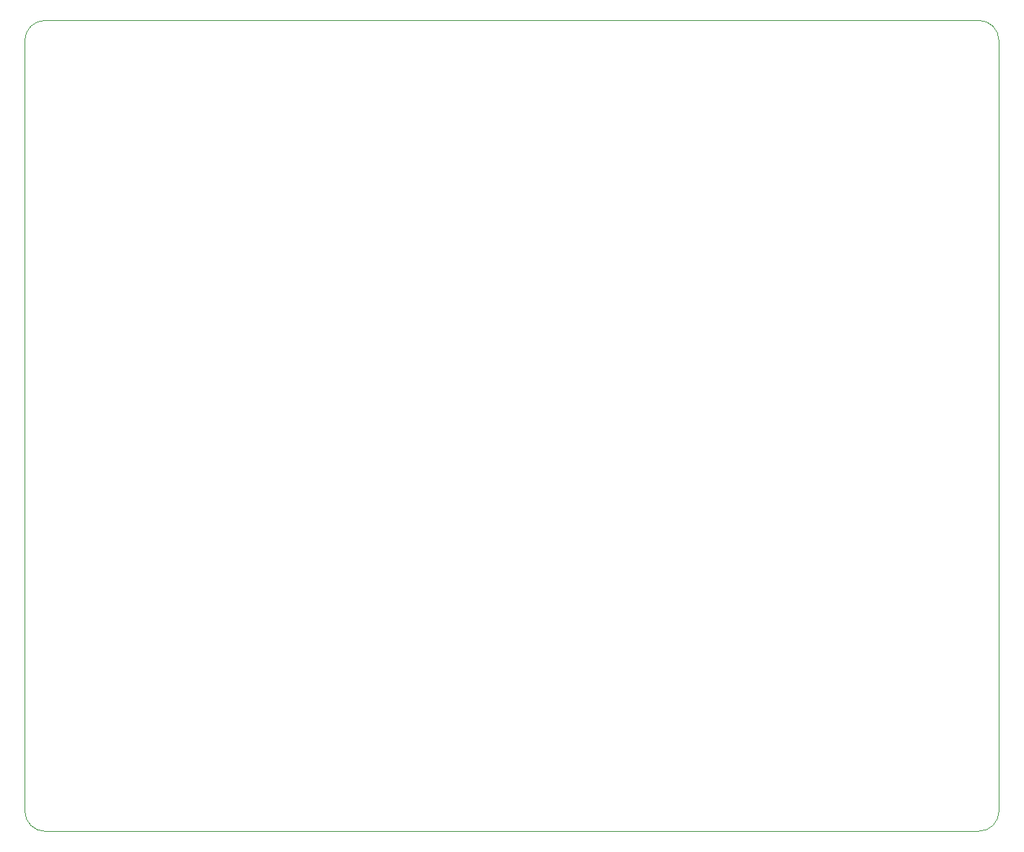
<source format=gbr>
G04 #@! TF.GenerationSoftware,KiCad,Pcbnew,7.0.10*
G04 #@! TF.CreationDate,2024-01-27T14:07:50+01:00*
G04 #@! TF.ProjectId,board-pcb,626f6172-642d-4706-9362-2e6b69636164,rev?*
G04 #@! TF.SameCoordinates,Original*
G04 #@! TF.FileFunction,Profile,NP*
%FSLAX46Y46*%
G04 Gerber Fmt 4.6, Leading zero omitted, Abs format (unit mm)*
G04 Created by KiCad (PCBNEW 7.0.10) date 2024-01-27 14:07:50*
%MOMM*%
%LPD*%
G01*
G04 APERTURE LIST*
G04 #@! TA.AperFunction,Profile*
%ADD10C,0.100000*%
G04 #@! TD*
G04 APERTURE END LIST*
D10*
X38041250Y-126365000D02*
X147578750Y-126365000D01*
X35660000Y-33496250D02*
X35660000Y-123983750D01*
X149960000Y-33496250D02*
G75*
G03*
X147578750Y-31115000I-2381300J-50D01*
G01*
X38041250Y-31115000D02*
G75*
G03*
X35660000Y-33496250I0J-2381250D01*
G01*
X149960000Y-123983750D02*
X149960000Y-33496250D01*
X147578750Y-126365000D02*
G75*
G03*
X149960000Y-123983750I-50J2381300D01*
G01*
X147578750Y-31115000D02*
X38041250Y-31115000D01*
X35660000Y-123983750D02*
G75*
G03*
X38041250Y-126365000I2381300J50D01*
G01*
M02*

</source>
